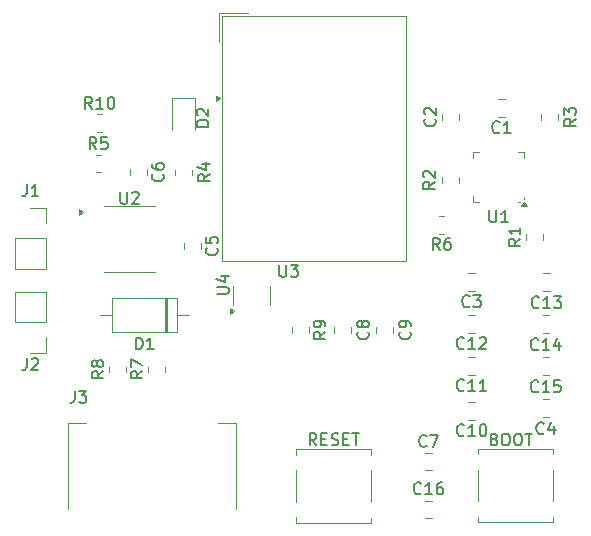
<source format=gbr>
%TF.GenerationSoftware,KiCad,Pcbnew,8.0.3*%
%TF.CreationDate,2024-07-09T21:28:30-04:00*%
%TF.ProjectId,PCB,5043422e-6b69-4636-9164-5f7063625858,rev?*%
%TF.SameCoordinates,Original*%
%TF.FileFunction,Legend,Top*%
%TF.FilePolarity,Positive*%
%FSLAX46Y46*%
G04 Gerber Fmt 4.6, Leading zero omitted, Abs format (unit mm)*
G04 Created by KiCad (PCBNEW 8.0.3) date 2024-07-09 21:28:30*
%MOMM*%
%LPD*%
G01*
G04 APERTURE LIST*
%ADD10C,0.150000*%
%ADD11C,0.120000*%
G04 APERTURE END LIST*
D10*
X50974666Y-72860819D02*
X50974666Y-73575104D01*
X50974666Y-73575104D02*
X50927047Y-73717961D01*
X50927047Y-73717961D02*
X50831809Y-73813200D01*
X50831809Y-73813200D02*
X50688952Y-73860819D01*
X50688952Y-73860819D02*
X50593714Y-73860819D01*
X51355619Y-72860819D02*
X51974666Y-72860819D01*
X51974666Y-72860819D02*
X51641333Y-73241771D01*
X51641333Y-73241771D02*
X51784190Y-73241771D01*
X51784190Y-73241771D02*
X51879428Y-73289390D01*
X51879428Y-73289390D02*
X51927047Y-73337009D01*
X51927047Y-73337009D02*
X51974666Y-73432247D01*
X51974666Y-73432247D02*
X51974666Y-73670342D01*
X51974666Y-73670342D02*
X51927047Y-73765580D01*
X51927047Y-73765580D02*
X51879428Y-73813200D01*
X51879428Y-73813200D02*
X51784190Y-73860819D01*
X51784190Y-73860819D02*
X51498476Y-73860819D01*
X51498476Y-73860819D02*
X51403238Y-73813200D01*
X51403238Y-73813200D02*
X51355619Y-73765580D01*
X68326095Y-62192819D02*
X68326095Y-63002342D01*
X68326095Y-63002342D02*
X68373714Y-63097580D01*
X68373714Y-63097580D02*
X68421333Y-63145200D01*
X68421333Y-63145200D02*
X68516571Y-63192819D01*
X68516571Y-63192819D02*
X68707047Y-63192819D01*
X68707047Y-63192819D02*
X68802285Y-63145200D01*
X68802285Y-63145200D02*
X68849904Y-63097580D01*
X68849904Y-63097580D02*
X68897523Y-63002342D01*
X68897523Y-63002342D02*
X68897523Y-62192819D01*
X69278476Y-62192819D02*
X69897523Y-62192819D01*
X69897523Y-62192819D02*
X69564190Y-62573771D01*
X69564190Y-62573771D02*
X69707047Y-62573771D01*
X69707047Y-62573771D02*
X69802285Y-62621390D01*
X69802285Y-62621390D02*
X69849904Y-62669009D01*
X69849904Y-62669009D02*
X69897523Y-62764247D01*
X69897523Y-62764247D02*
X69897523Y-63002342D01*
X69897523Y-63002342D02*
X69849904Y-63097580D01*
X69849904Y-63097580D02*
X69802285Y-63145200D01*
X69802285Y-63145200D02*
X69707047Y-63192819D01*
X69707047Y-63192819D02*
X69421333Y-63192819D01*
X69421333Y-63192819D02*
X69326095Y-63145200D01*
X69326095Y-63145200D02*
X69278476Y-63097580D01*
X54864095Y-56003819D02*
X54864095Y-56813342D01*
X54864095Y-56813342D02*
X54911714Y-56908580D01*
X54911714Y-56908580D02*
X54959333Y-56956200D01*
X54959333Y-56956200D02*
X55054571Y-57003819D01*
X55054571Y-57003819D02*
X55245047Y-57003819D01*
X55245047Y-57003819D02*
X55340285Y-56956200D01*
X55340285Y-56956200D02*
X55387904Y-56908580D01*
X55387904Y-56908580D02*
X55435523Y-56813342D01*
X55435523Y-56813342D02*
X55435523Y-56003819D01*
X55864095Y-56099057D02*
X55911714Y-56051438D01*
X55911714Y-56051438D02*
X56006952Y-56003819D01*
X56006952Y-56003819D02*
X56245047Y-56003819D01*
X56245047Y-56003819D02*
X56340285Y-56051438D01*
X56340285Y-56051438D02*
X56387904Y-56099057D01*
X56387904Y-56099057D02*
X56435523Y-56194295D01*
X56435523Y-56194295D02*
X56435523Y-56289533D01*
X56435523Y-56289533D02*
X56387904Y-56432390D01*
X56387904Y-56432390D02*
X55816476Y-57003819D01*
X55816476Y-57003819D02*
X56435523Y-57003819D01*
X52443142Y-48969819D02*
X52109809Y-48493628D01*
X51871714Y-48969819D02*
X51871714Y-47969819D01*
X51871714Y-47969819D02*
X52252666Y-47969819D01*
X52252666Y-47969819D02*
X52347904Y-48017438D01*
X52347904Y-48017438D02*
X52395523Y-48065057D01*
X52395523Y-48065057D02*
X52443142Y-48160295D01*
X52443142Y-48160295D02*
X52443142Y-48303152D01*
X52443142Y-48303152D02*
X52395523Y-48398390D01*
X52395523Y-48398390D02*
X52347904Y-48446009D01*
X52347904Y-48446009D02*
X52252666Y-48493628D01*
X52252666Y-48493628D02*
X51871714Y-48493628D01*
X53395523Y-48969819D02*
X52824095Y-48969819D01*
X53109809Y-48969819D02*
X53109809Y-47969819D01*
X53109809Y-47969819D02*
X53014571Y-48112676D01*
X53014571Y-48112676D02*
X52919333Y-48207914D01*
X52919333Y-48207914D02*
X52824095Y-48255533D01*
X54014571Y-47969819D02*
X54109809Y-47969819D01*
X54109809Y-47969819D02*
X54205047Y-48017438D01*
X54205047Y-48017438D02*
X54252666Y-48065057D01*
X54252666Y-48065057D02*
X54300285Y-48160295D01*
X54300285Y-48160295D02*
X54347904Y-48350771D01*
X54347904Y-48350771D02*
X54347904Y-48588866D01*
X54347904Y-48588866D02*
X54300285Y-48779342D01*
X54300285Y-48779342D02*
X54252666Y-48874580D01*
X54252666Y-48874580D02*
X54205047Y-48922200D01*
X54205047Y-48922200D02*
X54109809Y-48969819D01*
X54109809Y-48969819D02*
X54014571Y-48969819D01*
X54014571Y-48969819D02*
X53919333Y-48922200D01*
X53919333Y-48922200D02*
X53871714Y-48874580D01*
X53871714Y-48874580D02*
X53824095Y-48779342D01*
X53824095Y-48779342D02*
X53776476Y-48588866D01*
X53776476Y-48588866D02*
X53776476Y-48350771D01*
X53776476Y-48350771D02*
X53824095Y-48160295D01*
X53824095Y-48160295D02*
X53871714Y-48065057D01*
X53871714Y-48065057D02*
X53919333Y-48017438D01*
X53919333Y-48017438D02*
X54014571Y-47969819D01*
X86106095Y-57566819D02*
X86106095Y-58376342D01*
X86106095Y-58376342D02*
X86153714Y-58471580D01*
X86153714Y-58471580D02*
X86201333Y-58519200D01*
X86201333Y-58519200D02*
X86296571Y-58566819D01*
X86296571Y-58566819D02*
X86487047Y-58566819D01*
X86487047Y-58566819D02*
X86582285Y-58519200D01*
X86582285Y-58519200D02*
X86629904Y-58471580D01*
X86629904Y-58471580D02*
X86677523Y-58376342D01*
X86677523Y-58376342D02*
X86677523Y-57566819D01*
X87677523Y-58566819D02*
X87106095Y-58566819D01*
X87391809Y-58566819D02*
X87391809Y-57566819D01*
X87391809Y-57566819D02*
X87296571Y-57709676D01*
X87296571Y-57709676D02*
X87201333Y-57804914D01*
X87201333Y-57804914D02*
X87106095Y-57852533D01*
X62302819Y-50473594D02*
X61302819Y-50473594D01*
X61302819Y-50473594D02*
X61302819Y-50235499D01*
X61302819Y-50235499D02*
X61350438Y-50092642D01*
X61350438Y-50092642D02*
X61445676Y-49997404D01*
X61445676Y-49997404D02*
X61540914Y-49949785D01*
X61540914Y-49949785D02*
X61731390Y-49902166D01*
X61731390Y-49902166D02*
X61874247Y-49902166D01*
X61874247Y-49902166D02*
X62064723Y-49949785D01*
X62064723Y-49949785D02*
X62159961Y-49997404D01*
X62159961Y-49997404D02*
X62255200Y-50092642D01*
X62255200Y-50092642D02*
X62302819Y-50235499D01*
X62302819Y-50235499D02*
X62302819Y-50473594D01*
X61398057Y-49521213D02*
X61350438Y-49473594D01*
X61350438Y-49473594D02*
X61302819Y-49378356D01*
X61302819Y-49378356D02*
X61302819Y-49140261D01*
X61302819Y-49140261D02*
X61350438Y-49045023D01*
X61350438Y-49045023D02*
X61398057Y-48997404D01*
X61398057Y-48997404D02*
X61493295Y-48949785D01*
X61493295Y-48949785D02*
X61588533Y-48949785D01*
X61588533Y-48949785D02*
X61731390Y-48997404D01*
X61731390Y-48997404D02*
X62302819Y-49568832D01*
X62302819Y-49568832D02*
X62302819Y-48949785D01*
X53414819Y-71191666D02*
X52938628Y-71524999D01*
X53414819Y-71763094D02*
X52414819Y-71763094D01*
X52414819Y-71763094D02*
X52414819Y-71382142D01*
X52414819Y-71382142D02*
X52462438Y-71286904D01*
X52462438Y-71286904D02*
X52510057Y-71239285D01*
X52510057Y-71239285D02*
X52605295Y-71191666D01*
X52605295Y-71191666D02*
X52748152Y-71191666D01*
X52748152Y-71191666D02*
X52843390Y-71239285D01*
X52843390Y-71239285D02*
X52891009Y-71286904D01*
X52891009Y-71286904D02*
X52938628Y-71382142D01*
X52938628Y-71382142D02*
X52938628Y-71763094D01*
X52843390Y-70620237D02*
X52795771Y-70715475D01*
X52795771Y-70715475D02*
X52748152Y-70763094D01*
X52748152Y-70763094D02*
X52652914Y-70810713D01*
X52652914Y-70810713D02*
X52605295Y-70810713D01*
X52605295Y-70810713D02*
X52510057Y-70763094D01*
X52510057Y-70763094D02*
X52462438Y-70715475D01*
X52462438Y-70715475D02*
X52414819Y-70620237D01*
X52414819Y-70620237D02*
X52414819Y-70429761D01*
X52414819Y-70429761D02*
X52462438Y-70334523D01*
X52462438Y-70334523D02*
X52510057Y-70286904D01*
X52510057Y-70286904D02*
X52605295Y-70239285D01*
X52605295Y-70239285D02*
X52652914Y-70239285D01*
X52652914Y-70239285D02*
X52748152Y-70286904D01*
X52748152Y-70286904D02*
X52795771Y-70334523D01*
X52795771Y-70334523D02*
X52843390Y-70429761D01*
X52843390Y-70429761D02*
X52843390Y-70620237D01*
X52843390Y-70620237D02*
X52891009Y-70715475D01*
X52891009Y-70715475D02*
X52938628Y-70763094D01*
X52938628Y-70763094D02*
X53033866Y-70810713D01*
X53033866Y-70810713D02*
X53224342Y-70810713D01*
X53224342Y-70810713D02*
X53319580Y-70763094D01*
X53319580Y-70763094D02*
X53367200Y-70715475D01*
X53367200Y-70715475D02*
X53414819Y-70620237D01*
X53414819Y-70620237D02*
X53414819Y-70429761D01*
X53414819Y-70429761D02*
X53367200Y-70334523D01*
X53367200Y-70334523D02*
X53319580Y-70286904D01*
X53319580Y-70286904D02*
X53224342Y-70239285D01*
X53224342Y-70239285D02*
X53033866Y-70239285D01*
X53033866Y-70239285D02*
X52938628Y-70286904D01*
X52938628Y-70286904D02*
X52891009Y-70334523D01*
X52891009Y-70334523D02*
X52843390Y-70429761D01*
X56716819Y-71191666D02*
X56240628Y-71524999D01*
X56716819Y-71763094D02*
X55716819Y-71763094D01*
X55716819Y-71763094D02*
X55716819Y-71382142D01*
X55716819Y-71382142D02*
X55764438Y-71286904D01*
X55764438Y-71286904D02*
X55812057Y-71239285D01*
X55812057Y-71239285D02*
X55907295Y-71191666D01*
X55907295Y-71191666D02*
X56050152Y-71191666D01*
X56050152Y-71191666D02*
X56145390Y-71239285D01*
X56145390Y-71239285D02*
X56193009Y-71286904D01*
X56193009Y-71286904D02*
X56240628Y-71382142D01*
X56240628Y-71382142D02*
X56240628Y-71763094D01*
X55716819Y-70858332D02*
X55716819Y-70191666D01*
X55716819Y-70191666D02*
X56716819Y-70620237D01*
X83939142Y-76588580D02*
X83891523Y-76636200D01*
X83891523Y-76636200D02*
X83748666Y-76683819D01*
X83748666Y-76683819D02*
X83653428Y-76683819D01*
X83653428Y-76683819D02*
X83510571Y-76636200D01*
X83510571Y-76636200D02*
X83415333Y-76540961D01*
X83415333Y-76540961D02*
X83367714Y-76445723D01*
X83367714Y-76445723D02*
X83320095Y-76255247D01*
X83320095Y-76255247D02*
X83320095Y-76112390D01*
X83320095Y-76112390D02*
X83367714Y-75921914D01*
X83367714Y-75921914D02*
X83415333Y-75826676D01*
X83415333Y-75826676D02*
X83510571Y-75731438D01*
X83510571Y-75731438D02*
X83653428Y-75683819D01*
X83653428Y-75683819D02*
X83748666Y-75683819D01*
X83748666Y-75683819D02*
X83891523Y-75731438D01*
X83891523Y-75731438D02*
X83939142Y-75779057D01*
X84891523Y-76683819D02*
X84320095Y-76683819D01*
X84605809Y-76683819D02*
X84605809Y-75683819D01*
X84605809Y-75683819D02*
X84510571Y-75826676D01*
X84510571Y-75826676D02*
X84415333Y-75921914D01*
X84415333Y-75921914D02*
X84320095Y-75969533D01*
X85510571Y-75683819D02*
X85605809Y-75683819D01*
X85605809Y-75683819D02*
X85701047Y-75731438D01*
X85701047Y-75731438D02*
X85748666Y-75779057D01*
X85748666Y-75779057D02*
X85796285Y-75874295D01*
X85796285Y-75874295D02*
X85843904Y-76064771D01*
X85843904Y-76064771D02*
X85843904Y-76302866D01*
X85843904Y-76302866D02*
X85796285Y-76493342D01*
X85796285Y-76493342D02*
X85748666Y-76588580D01*
X85748666Y-76588580D02*
X85701047Y-76636200D01*
X85701047Y-76636200D02*
X85605809Y-76683819D01*
X85605809Y-76683819D02*
X85510571Y-76683819D01*
X85510571Y-76683819D02*
X85415333Y-76636200D01*
X85415333Y-76636200D02*
X85367714Y-76588580D01*
X85367714Y-76588580D02*
X85320095Y-76493342D01*
X85320095Y-76493342D02*
X85272476Y-76302866D01*
X85272476Y-76302866D02*
X85272476Y-76064771D01*
X85272476Y-76064771D02*
X85320095Y-75874295D01*
X85320095Y-75874295D02*
X85367714Y-75779057D01*
X85367714Y-75779057D02*
X85415333Y-75731438D01*
X85415333Y-75731438D02*
X85510571Y-75683819D01*
X81483580Y-49823666D02*
X81531200Y-49871285D01*
X81531200Y-49871285D02*
X81578819Y-50014142D01*
X81578819Y-50014142D02*
X81578819Y-50109380D01*
X81578819Y-50109380D02*
X81531200Y-50252237D01*
X81531200Y-50252237D02*
X81435961Y-50347475D01*
X81435961Y-50347475D02*
X81340723Y-50395094D01*
X81340723Y-50395094D02*
X81150247Y-50442713D01*
X81150247Y-50442713D02*
X81007390Y-50442713D01*
X81007390Y-50442713D02*
X80816914Y-50395094D01*
X80816914Y-50395094D02*
X80721676Y-50347475D01*
X80721676Y-50347475D02*
X80626438Y-50252237D01*
X80626438Y-50252237D02*
X80578819Y-50109380D01*
X80578819Y-50109380D02*
X80578819Y-50014142D01*
X80578819Y-50014142D02*
X80626438Y-49871285D01*
X80626438Y-49871285D02*
X80674057Y-49823666D01*
X80674057Y-49442713D02*
X80626438Y-49395094D01*
X80626438Y-49395094D02*
X80578819Y-49299856D01*
X80578819Y-49299856D02*
X80578819Y-49061761D01*
X80578819Y-49061761D02*
X80626438Y-48966523D01*
X80626438Y-48966523D02*
X80674057Y-48918904D01*
X80674057Y-48918904D02*
X80769295Y-48871285D01*
X80769295Y-48871285D02*
X80864533Y-48871285D01*
X80864533Y-48871285D02*
X81007390Y-48918904D01*
X81007390Y-48918904D02*
X81578819Y-49490332D01*
X81578819Y-49490332D02*
X81578819Y-48871285D01*
X90699333Y-76432580D02*
X90651714Y-76480200D01*
X90651714Y-76480200D02*
X90508857Y-76527819D01*
X90508857Y-76527819D02*
X90413619Y-76527819D01*
X90413619Y-76527819D02*
X90270762Y-76480200D01*
X90270762Y-76480200D02*
X90175524Y-76384961D01*
X90175524Y-76384961D02*
X90127905Y-76289723D01*
X90127905Y-76289723D02*
X90080286Y-76099247D01*
X90080286Y-76099247D02*
X90080286Y-75956390D01*
X90080286Y-75956390D02*
X90127905Y-75765914D01*
X90127905Y-75765914D02*
X90175524Y-75670676D01*
X90175524Y-75670676D02*
X90270762Y-75575438D01*
X90270762Y-75575438D02*
X90413619Y-75527819D01*
X90413619Y-75527819D02*
X90508857Y-75527819D01*
X90508857Y-75527819D02*
X90651714Y-75575438D01*
X90651714Y-75575438D02*
X90699333Y-75623057D01*
X91556476Y-75861152D02*
X91556476Y-76527819D01*
X91318381Y-75480200D02*
X91080286Y-76194485D01*
X91080286Y-76194485D02*
X91699333Y-76194485D01*
X93418819Y-49823666D02*
X92942628Y-50156999D01*
X93418819Y-50395094D02*
X92418819Y-50395094D01*
X92418819Y-50395094D02*
X92418819Y-50014142D01*
X92418819Y-50014142D02*
X92466438Y-49918904D01*
X92466438Y-49918904D02*
X92514057Y-49871285D01*
X92514057Y-49871285D02*
X92609295Y-49823666D01*
X92609295Y-49823666D02*
X92752152Y-49823666D01*
X92752152Y-49823666D02*
X92847390Y-49871285D01*
X92847390Y-49871285D02*
X92895009Y-49918904D01*
X92895009Y-49918904D02*
X92942628Y-50014142D01*
X92942628Y-50014142D02*
X92942628Y-50395094D01*
X92418819Y-49490332D02*
X92418819Y-48871285D01*
X92418819Y-48871285D02*
X92799771Y-49204618D01*
X92799771Y-49204618D02*
X92799771Y-49061761D01*
X92799771Y-49061761D02*
X92847390Y-48966523D01*
X92847390Y-48966523D02*
X92895009Y-48918904D01*
X92895009Y-48918904D02*
X92990247Y-48871285D01*
X92990247Y-48871285D02*
X93228342Y-48871285D01*
X93228342Y-48871285D02*
X93323580Y-48918904D01*
X93323580Y-48918904D02*
X93371200Y-48966523D01*
X93371200Y-48966523D02*
X93418819Y-49061761D01*
X93418819Y-49061761D02*
X93418819Y-49347475D01*
X93418819Y-49347475D02*
X93371200Y-49442713D01*
X93371200Y-49442713D02*
X93323580Y-49490332D01*
X75797580Y-67857666D02*
X75845200Y-67905285D01*
X75845200Y-67905285D02*
X75892819Y-68048142D01*
X75892819Y-68048142D02*
X75892819Y-68143380D01*
X75892819Y-68143380D02*
X75845200Y-68286237D01*
X75845200Y-68286237D02*
X75749961Y-68381475D01*
X75749961Y-68381475D02*
X75654723Y-68429094D01*
X75654723Y-68429094D02*
X75464247Y-68476713D01*
X75464247Y-68476713D02*
X75321390Y-68476713D01*
X75321390Y-68476713D02*
X75130914Y-68429094D01*
X75130914Y-68429094D02*
X75035676Y-68381475D01*
X75035676Y-68381475D02*
X74940438Y-68286237D01*
X74940438Y-68286237D02*
X74892819Y-68143380D01*
X74892819Y-68143380D02*
X74892819Y-68048142D01*
X74892819Y-68048142D02*
X74940438Y-67905285D01*
X74940438Y-67905285D02*
X74988057Y-67857666D01*
X75321390Y-67286237D02*
X75273771Y-67381475D01*
X75273771Y-67381475D02*
X75226152Y-67429094D01*
X75226152Y-67429094D02*
X75130914Y-67476713D01*
X75130914Y-67476713D02*
X75083295Y-67476713D01*
X75083295Y-67476713D02*
X74988057Y-67429094D01*
X74988057Y-67429094D02*
X74940438Y-67381475D01*
X74940438Y-67381475D02*
X74892819Y-67286237D01*
X74892819Y-67286237D02*
X74892819Y-67095761D01*
X74892819Y-67095761D02*
X74940438Y-67000523D01*
X74940438Y-67000523D02*
X74988057Y-66952904D01*
X74988057Y-66952904D02*
X75083295Y-66905285D01*
X75083295Y-66905285D02*
X75130914Y-66905285D01*
X75130914Y-66905285D02*
X75226152Y-66952904D01*
X75226152Y-66952904D02*
X75273771Y-67000523D01*
X75273771Y-67000523D02*
X75321390Y-67095761D01*
X75321390Y-67095761D02*
X75321390Y-67286237D01*
X75321390Y-67286237D02*
X75369009Y-67381475D01*
X75369009Y-67381475D02*
X75416628Y-67429094D01*
X75416628Y-67429094D02*
X75511866Y-67476713D01*
X75511866Y-67476713D02*
X75702342Y-67476713D01*
X75702342Y-67476713D02*
X75797580Y-67429094D01*
X75797580Y-67429094D02*
X75845200Y-67381475D01*
X75845200Y-67381475D02*
X75892819Y-67286237D01*
X75892819Y-67286237D02*
X75892819Y-67095761D01*
X75892819Y-67095761D02*
X75845200Y-67000523D01*
X75845200Y-67000523D02*
X75797580Y-66952904D01*
X75797580Y-66952904D02*
X75702342Y-66905285D01*
X75702342Y-66905285D02*
X75511866Y-66905285D01*
X75511866Y-66905285D02*
X75416628Y-66952904D01*
X75416628Y-66952904D02*
X75369009Y-67000523D01*
X75369009Y-67000523D02*
X75321390Y-67095761D01*
X90289142Y-65764580D02*
X90241523Y-65812200D01*
X90241523Y-65812200D02*
X90098666Y-65859819D01*
X90098666Y-65859819D02*
X90003428Y-65859819D01*
X90003428Y-65859819D02*
X89860571Y-65812200D01*
X89860571Y-65812200D02*
X89765333Y-65716961D01*
X89765333Y-65716961D02*
X89717714Y-65621723D01*
X89717714Y-65621723D02*
X89670095Y-65431247D01*
X89670095Y-65431247D02*
X89670095Y-65288390D01*
X89670095Y-65288390D02*
X89717714Y-65097914D01*
X89717714Y-65097914D02*
X89765333Y-65002676D01*
X89765333Y-65002676D02*
X89860571Y-64907438D01*
X89860571Y-64907438D02*
X90003428Y-64859819D01*
X90003428Y-64859819D02*
X90098666Y-64859819D01*
X90098666Y-64859819D02*
X90241523Y-64907438D01*
X90241523Y-64907438D02*
X90289142Y-64955057D01*
X91241523Y-65859819D02*
X90670095Y-65859819D01*
X90955809Y-65859819D02*
X90955809Y-64859819D01*
X90955809Y-64859819D02*
X90860571Y-65002676D01*
X90860571Y-65002676D02*
X90765333Y-65097914D01*
X90765333Y-65097914D02*
X90670095Y-65145533D01*
X91574857Y-64859819D02*
X92193904Y-64859819D01*
X92193904Y-64859819D02*
X91860571Y-65240771D01*
X91860571Y-65240771D02*
X92003428Y-65240771D01*
X92003428Y-65240771D02*
X92098666Y-65288390D01*
X92098666Y-65288390D02*
X92146285Y-65336009D01*
X92146285Y-65336009D02*
X92193904Y-65431247D01*
X92193904Y-65431247D02*
X92193904Y-65669342D01*
X92193904Y-65669342D02*
X92146285Y-65764580D01*
X92146285Y-65764580D02*
X92098666Y-65812200D01*
X92098666Y-65812200D02*
X92003428Y-65859819D01*
X92003428Y-65859819D02*
X91717714Y-65859819D01*
X91717714Y-65859819D02*
X91622476Y-65812200D01*
X91622476Y-65812200D02*
X91574857Y-65764580D01*
X79353580Y-67857666D02*
X79401200Y-67905285D01*
X79401200Y-67905285D02*
X79448819Y-68048142D01*
X79448819Y-68048142D02*
X79448819Y-68143380D01*
X79448819Y-68143380D02*
X79401200Y-68286237D01*
X79401200Y-68286237D02*
X79305961Y-68381475D01*
X79305961Y-68381475D02*
X79210723Y-68429094D01*
X79210723Y-68429094D02*
X79020247Y-68476713D01*
X79020247Y-68476713D02*
X78877390Y-68476713D01*
X78877390Y-68476713D02*
X78686914Y-68429094D01*
X78686914Y-68429094D02*
X78591676Y-68381475D01*
X78591676Y-68381475D02*
X78496438Y-68286237D01*
X78496438Y-68286237D02*
X78448819Y-68143380D01*
X78448819Y-68143380D02*
X78448819Y-68048142D01*
X78448819Y-68048142D02*
X78496438Y-67905285D01*
X78496438Y-67905285D02*
X78544057Y-67857666D01*
X79448819Y-67381475D02*
X79448819Y-67190999D01*
X79448819Y-67190999D02*
X79401200Y-67095761D01*
X79401200Y-67095761D02*
X79353580Y-67048142D01*
X79353580Y-67048142D02*
X79210723Y-66952904D01*
X79210723Y-66952904D02*
X79020247Y-66905285D01*
X79020247Y-66905285D02*
X78639295Y-66905285D01*
X78639295Y-66905285D02*
X78544057Y-66952904D01*
X78544057Y-66952904D02*
X78496438Y-67000523D01*
X78496438Y-67000523D02*
X78448819Y-67095761D01*
X78448819Y-67095761D02*
X78448819Y-67286237D01*
X78448819Y-67286237D02*
X78496438Y-67381475D01*
X78496438Y-67381475D02*
X78544057Y-67429094D01*
X78544057Y-67429094D02*
X78639295Y-67476713D01*
X78639295Y-67476713D02*
X78877390Y-67476713D01*
X78877390Y-67476713D02*
X78972628Y-67429094D01*
X78972628Y-67429094D02*
X79020247Y-67381475D01*
X79020247Y-67381475D02*
X79067866Y-67286237D01*
X79067866Y-67286237D02*
X79067866Y-67095761D01*
X79067866Y-67095761D02*
X79020247Y-67000523D01*
X79020247Y-67000523D02*
X78972628Y-66952904D01*
X78972628Y-66952904D02*
X78877390Y-66905285D01*
X90223142Y-69320580D02*
X90175523Y-69368200D01*
X90175523Y-69368200D02*
X90032666Y-69415819D01*
X90032666Y-69415819D02*
X89937428Y-69415819D01*
X89937428Y-69415819D02*
X89794571Y-69368200D01*
X89794571Y-69368200D02*
X89699333Y-69272961D01*
X89699333Y-69272961D02*
X89651714Y-69177723D01*
X89651714Y-69177723D02*
X89604095Y-68987247D01*
X89604095Y-68987247D02*
X89604095Y-68844390D01*
X89604095Y-68844390D02*
X89651714Y-68653914D01*
X89651714Y-68653914D02*
X89699333Y-68558676D01*
X89699333Y-68558676D02*
X89794571Y-68463438D01*
X89794571Y-68463438D02*
X89937428Y-68415819D01*
X89937428Y-68415819D02*
X90032666Y-68415819D01*
X90032666Y-68415819D02*
X90175523Y-68463438D01*
X90175523Y-68463438D02*
X90223142Y-68511057D01*
X91175523Y-69415819D02*
X90604095Y-69415819D01*
X90889809Y-69415819D02*
X90889809Y-68415819D01*
X90889809Y-68415819D02*
X90794571Y-68558676D01*
X90794571Y-68558676D02*
X90699333Y-68653914D01*
X90699333Y-68653914D02*
X90604095Y-68701533D01*
X92032666Y-68749152D02*
X92032666Y-69415819D01*
X91794571Y-68368200D02*
X91556476Y-69082485D01*
X91556476Y-69082485D02*
X92175523Y-69082485D01*
X46910666Y-70098819D02*
X46910666Y-70813104D01*
X46910666Y-70813104D02*
X46863047Y-70955961D01*
X46863047Y-70955961D02*
X46767809Y-71051200D01*
X46767809Y-71051200D02*
X46624952Y-71098819D01*
X46624952Y-71098819D02*
X46529714Y-71098819D01*
X47339238Y-70194057D02*
X47386857Y-70146438D01*
X47386857Y-70146438D02*
X47482095Y-70098819D01*
X47482095Y-70098819D02*
X47720190Y-70098819D01*
X47720190Y-70098819D02*
X47815428Y-70146438D01*
X47815428Y-70146438D02*
X47863047Y-70194057D01*
X47863047Y-70194057D02*
X47910666Y-70289295D01*
X47910666Y-70289295D02*
X47910666Y-70384533D01*
X47910666Y-70384533D02*
X47863047Y-70527390D01*
X47863047Y-70527390D02*
X47291619Y-71098819D01*
X47291619Y-71098819D02*
X47910666Y-71098819D01*
X88720819Y-59983666D02*
X88244628Y-60316999D01*
X88720819Y-60555094D02*
X87720819Y-60555094D01*
X87720819Y-60555094D02*
X87720819Y-60174142D01*
X87720819Y-60174142D02*
X87768438Y-60078904D01*
X87768438Y-60078904D02*
X87816057Y-60031285D01*
X87816057Y-60031285D02*
X87911295Y-59983666D01*
X87911295Y-59983666D02*
X88054152Y-59983666D01*
X88054152Y-59983666D02*
X88149390Y-60031285D01*
X88149390Y-60031285D02*
X88197009Y-60078904D01*
X88197009Y-60078904D02*
X88244628Y-60174142D01*
X88244628Y-60174142D02*
X88244628Y-60555094D01*
X88720819Y-59031285D02*
X88720819Y-59602713D01*
X88720819Y-59316999D02*
X87720819Y-59316999D01*
X87720819Y-59316999D02*
X87863676Y-59412237D01*
X87863676Y-59412237D02*
X87958914Y-59507475D01*
X87958914Y-59507475D02*
X88006533Y-59602713D01*
X46910666Y-55361819D02*
X46910666Y-56076104D01*
X46910666Y-56076104D02*
X46863047Y-56218961D01*
X46863047Y-56218961D02*
X46767809Y-56314200D01*
X46767809Y-56314200D02*
X46624952Y-56361819D01*
X46624952Y-56361819D02*
X46529714Y-56361819D01*
X47910666Y-56361819D02*
X47339238Y-56361819D01*
X47624952Y-56361819D02*
X47624952Y-55361819D01*
X47624952Y-55361819D02*
X47529714Y-55504676D01*
X47529714Y-55504676D02*
X47434476Y-55599914D01*
X47434476Y-55599914D02*
X47339238Y-55647533D01*
X86955333Y-50934580D02*
X86907714Y-50982200D01*
X86907714Y-50982200D02*
X86764857Y-51029819D01*
X86764857Y-51029819D02*
X86669619Y-51029819D01*
X86669619Y-51029819D02*
X86526762Y-50982200D01*
X86526762Y-50982200D02*
X86431524Y-50886961D01*
X86431524Y-50886961D02*
X86383905Y-50791723D01*
X86383905Y-50791723D02*
X86336286Y-50601247D01*
X86336286Y-50601247D02*
X86336286Y-50458390D01*
X86336286Y-50458390D02*
X86383905Y-50267914D01*
X86383905Y-50267914D02*
X86431524Y-50172676D01*
X86431524Y-50172676D02*
X86526762Y-50077438D01*
X86526762Y-50077438D02*
X86669619Y-50029819D01*
X86669619Y-50029819D02*
X86764857Y-50029819D01*
X86764857Y-50029819D02*
X86907714Y-50077438D01*
X86907714Y-50077438D02*
X86955333Y-50125057D01*
X87907714Y-51029819D02*
X87336286Y-51029819D01*
X87622000Y-51029819D02*
X87622000Y-50029819D01*
X87622000Y-50029819D02*
X87526762Y-50172676D01*
X87526762Y-50172676D02*
X87431524Y-50267914D01*
X87431524Y-50267914D02*
X87336286Y-50315533D01*
X80297142Y-81512580D02*
X80249523Y-81560200D01*
X80249523Y-81560200D02*
X80106666Y-81607819D01*
X80106666Y-81607819D02*
X80011428Y-81607819D01*
X80011428Y-81607819D02*
X79868571Y-81560200D01*
X79868571Y-81560200D02*
X79773333Y-81464961D01*
X79773333Y-81464961D02*
X79725714Y-81369723D01*
X79725714Y-81369723D02*
X79678095Y-81179247D01*
X79678095Y-81179247D02*
X79678095Y-81036390D01*
X79678095Y-81036390D02*
X79725714Y-80845914D01*
X79725714Y-80845914D02*
X79773333Y-80750676D01*
X79773333Y-80750676D02*
X79868571Y-80655438D01*
X79868571Y-80655438D02*
X80011428Y-80607819D01*
X80011428Y-80607819D02*
X80106666Y-80607819D01*
X80106666Y-80607819D02*
X80249523Y-80655438D01*
X80249523Y-80655438D02*
X80297142Y-80703057D01*
X81249523Y-81607819D02*
X80678095Y-81607819D01*
X80963809Y-81607819D02*
X80963809Y-80607819D01*
X80963809Y-80607819D02*
X80868571Y-80750676D01*
X80868571Y-80750676D02*
X80773333Y-80845914D01*
X80773333Y-80845914D02*
X80678095Y-80893533D01*
X82106666Y-80607819D02*
X81916190Y-80607819D01*
X81916190Y-80607819D02*
X81820952Y-80655438D01*
X81820952Y-80655438D02*
X81773333Y-80703057D01*
X81773333Y-80703057D02*
X81678095Y-80845914D01*
X81678095Y-80845914D02*
X81630476Y-81036390D01*
X81630476Y-81036390D02*
X81630476Y-81417342D01*
X81630476Y-81417342D02*
X81678095Y-81512580D01*
X81678095Y-81512580D02*
X81725714Y-81560200D01*
X81725714Y-81560200D02*
X81820952Y-81607819D01*
X81820952Y-81607819D02*
X82011428Y-81607819D01*
X82011428Y-81607819D02*
X82106666Y-81560200D01*
X82106666Y-81560200D02*
X82154285Y-81512580D01*
X82154285Y-81512580D02*
X82201904Y-81417342D01*
X82201904Y-81417342D02*
X82201904Y-81179247D01*
X82201904Y-81179247D02*
X82154285Y-81084009D01*
X82154285Y-81084009D02*
X82106666Y-81036390D01*
X82106666Y-81036390D02*
X82011428Y-80988771D01*
X82011428Y-80988771D02*
X81820952Y-80988771D01*
X81820952Y-80988771D02*
X81725714Y-81036390D01*
X81725714Y-81036390D02*
X81678095Y-81084009D01*
X81678095Y-81084009D02*
X81630476Y-81179247D01*
X81480819Y-55157666D02*
X81004628Y-55490999D01*
X81480819Y-55729094D02*
X80480819Y-55729094D01*
X80480819Y-55729094D02*
X80480819Y-55348142D01*
X80480819Y-55348142D02*
X80528438Y-55252904D01*
X80528438Y-55252904D02*
X80576057Y-55205285D01*
X80576057Y-55205285D02*
X80671295Y-55157666D01*
X80671295Y-55157666D02*
X80814152Y-55157666D01*
X80814152Y-55157666D02*
X80909390Y-55205285D01*
X80909390Y-55205285D02*
X80957009Y-55252904D01*
X80957009Y-55252904D02*
X81004628Y-55348142D01*
X81004628Y-55348142D02*
X81004628Y-55729094D01*
X80576057Y-54776713D02*
X80528438Y-54729094D01*
X80528438Y-54729094D02*
X80480819Y-54633856D01*
X80480819Y-54633856D02*
X80480819Y-54395761D01*
X80480819Y-54395761D02*
X80528438Y-54300523D01*
X80528438Y-54300523D02*
X80576057Y-54252904D01*
X80576057Y-54252904D02*
X80671295Y-54205285D01*
X80671295Y-54205285D02*
X80766533Y-54205285D01*
X80766533Y-54205285D02*
X80909390Y-54252904D01*
X80909390Y-54252904D02*
X81480819Y-54824332D01*
X81480819Y-54824332D02*
X81480819Y-54205285D01*
X63028819Y-64642904D02*
X63838342Y-64642904D01*
X63838342Y-64642904D02*
X63933580Y-64595285D01*
X63933580Y-64595285D02*
X63981200Y-64547666D01*
X63981200Y-64547666D02*
X64028819Y-64452428D01*
X64028819Y-64452428D02*
X64028819Y-64261952D01*
X64028819Y-64261952D02*
X63981200Y-64166714D01*
X63981200Y-64166714D02*
X63933580Y-64119095D01*
X63933580Y-64119095D02*
X63838342Y-64071476D01*
X63838342Y-64071476D02*
X63028819Y-64071476D01*
X63362152Y-63166714D02*
X64028819Y-63166714D01*
X62981200Y-63404809D02*
X63695485Y-63642904D01*
X63695485Y-63642904D02*
X63695485Y-63023857D01*
X80773333Y-77514580D02*
X80725714Y-77562200D01*
X80725714Y-77562200D02*
X80582857Y-77609819D01*
X80582857Y-77609819D02*
X80487619Y-77609819D01*
X80487619Y-77609819D02*
X80344762Y-77562200D01*
X80344762Y-77562200D02*
X80249524Y-77466961D01*
X80249524Y-77466961D02*
X80201905Y-77371723D01*
X80201905Y-77371723D02*
X80154286Y-77181247D01*
X80154286Y-77181247D02*
X80154286Y-77038390D01*
X80154286Y-77038390D02*
X80201905Y-76847914D01*
X80201905Y-76847914D02*
X80249524Y-76752676D01*
X80249524Y-76752676D02*
X80344762Y-76657438D01*
X80344762Y-76657438D02*
X80487619Y-76609819D01*
X80487619Y-76609819D02*
X80582857Y-76609819D01*
X80582857Y-76609819D02*
X80725714Y-76657438D01*
X80725714Y-76657438D02*
X80773333Y-76705057D01*
X81106667Y-76609819D02*
X81773333Y-76609819D01*
X81773333Y-76609819D02*
X81344762Y-77609819D01*
X56157905Y-69345819D02*
X56157905Y-68345819D01*
X56157905Y-68345819D02*
X56396000Y-68345819D01*
X56396000Y-68345819D02*
X56538857Y-68393438D01*
X56538857Y-68393438D02*
X56634095Y-68488676D01*
X56634095Y-68488676D02*
X56681714Y-68583914D01*
X56681714Y-68583914D02*
X56729333Y-68774390D01*
X56729333Y-68774390D02*
X56729333Y-68917247D01*
X56729333Y-68917247D02*
X56681714Y-69107723D01*
X56681714Y-69107723D02*
X56634095Y-69202961D01*
X56634095Y-69202961D02*
X56538857Y-69298200D01*
X56538857Y-69298200D02*
X56396000Y-69345819D01*
X56396000Y-69345819D02*
X56157905Y-69345819D01*
X57681714Y-69345819D02*
X57110286Y-69345819D01*
X57396000Y-69345819D02*
X57396000Y-68345819D01*
X57396000Y-68345819D02*
X57300762Y-68488676D01*
X57300762Y-68488676D02*
X57205524Y-68583914D01*
X57205524Y-68583914D02*
X57110286Y-68631533D01*
X52815833Y-52381819D02*
X52482500Y-51905628D01*
X52244405Y-52381819D02*
X52244405Y-51381819D01*
X52244405Y-51381819D02*
X52625357Y-51381819D01*
X52625357Y-51381819D02*
X52720595Y-51429438D01*
X52720595Y-51429438D02*
X52768214Y-51477057D01*
X52768214Y-51477057D02*
X52815833Y-51572295D01*
X52815833Y-51572295D02*
X52815833Y-51715152D01*
X52815833Y-51715152D02*
X52768214Y-51810390D01*
X52768214Y-51810390D02*
X52720595Y-51858009D01*
X52720595Y-51858009D02*
X52625357Y-51905628D01*
X52625357Y-51905628D02*
X52244405Y-51905628D01*
X53720595Y-51381819D02*
X53244405Y-51381819D01*
X53244405Y-51381819D02*
X53196786Y-51858009D01*
X53196786Y-51858009D02*
X53244405Y-51810390D01*
X53244405Y-51810390D02*
X53339643Y-51762771D01*
X53339643Y-51762771D02*
X53577738Y-51762771D01*
X53577738Y-51762771D02*
X53672976Y-51810390D01*
X53672976Y-51810390D02*
X53720595Y-51858009D01*
X53720595Y-51858009D02*
X53768214Y-51953247D01*
X53768214Y-51953247D02*
X53768214Y-52191342D01*
X53768214Y-52191342D02*
X53720595Y-52286580D01*
X53720595Y-52286580D02*
X53672976Y-52334200D01*
X53672976Y-52334200D02*
X53577738Y-52381819D01*
X53577738Y-52381819D02*
X53339643Y-52381819D01*
X53339643Y-52381819D02*
X53244405Y-52334200D01*
X53244405Y-52334200D02*
X53196786Y-52286580D01*
X71445618Y-77453819D02*
X71112285Y-76977628D01*
X70874190Y-77453819D02*
X70874190Y-76453819D01*
X70874190Y-76453819D02*
X71255142Y-76453819D01*
X71255142Y-76453819D02*
X71350380Y-76501438D01*
X71350380Y-76501438D02*
X71397999Y-76549057D01*
X71397999Y-76549057D02*
X71445618Y-76644295D01*
X71445618Y-76644295D02*
X71445618Y-76787152D01*
X71445618Y-76787152D02*
X71397999Y-76882390D01*
X71397999Y-76882390D02*
X71350380Y-76930009D01*
X71350380Y-76930009D02*
X71255142Y-76977628D01*
X71255142Y-76977628D02*
X70874190Y-76977628D01*
X71874190Y-76930009D02*
X72207523Y-76930009D01*
X72350380Y-77453819D02*
X71874190Y-77453819D01*
X71874190Y-77453819D02*
X71874190Y-76453819D01*
X71874190Y-76453819D02*
X72350380Y-76453819D01*
X72731333Y-77406200D02*
X72874190Y-77453819D01*
X72874190Y-77453819D02*
X73112285Y-77453819D01*
X73112285Y-77453819D02*
X73207523Y-77406200D01*
X73207523Y-77406200D02*
X73255142Y-77358580D01*
X73255142Y-77358580D02*
X73302761Y-77263342D01*
X73302761Y-77263342D02*
X73302761Y-77168104D01*
X73302761Y-77168104D02*
X73255142Y-77072866D01*
X73255142Y-77072866D02*
X73207523Y-77025247D01*
X73207523Y-77025247D02*
X73112285Y-76977628D01*
X73112285Y-76977628D02*
X72921809Y-76930009D01*
X72921809Y-76930009D02*
X72826571Y-76882390D01*
X72826571Y-76882390D02*
X72778952Y-76834771D01*
X72778952Y-76834771D02*
X72731333Y-76739533D01*
X72731333Y-76739533D02*
X72731333Y-76644295D01*
X72731333Y-76644295D02*
X72778952Y-76549057D01*
X72778952Y-76549057D02*
X72826571Y-76501438D01*
X72826571Y-76501438D02*
X72921809Y-76453819D01*
X72921809Y-76453819D02*
X73159904Y-76453819D01*
X73159904Y-76453819D02*
X73302761Y-76501438D01*
X73731333Y-76930009D02*
X74064666Y-76930009D01*
X74207523Y-77453819D02*
X73731333Y-77453819D01*
X73731333Y-77453819D02*
X73731333Y-76453819D01*
X73731333Y-76453819D02*
X74207523Y-76453819D01*
X74493238Y-76453819D02*
X75064666Y-76453819D01*
X74778952Y-77453819D02*
X74778952Y-76453819D01*
X58427580Y-54505666D02*
X58475200Y-54553285D01*
X58475200Y-54553285D02*
X58522819Y-54696142D01*
X58522819Y-54696142D02*
X58522819Y-54791380D01*
X58522819Y-54791380D02*
X58475200Y-54934237D01*
X58475200Y-54934237D02*
X58379961Y-55029475D01*
X58379961Y-55029475D02*
X58284723Y-55077094D01*
X58284723Y-55077094D02*
X58094247Y-55124713D01*
X58094247Y-55124713D02*
X57951390Y-55124713D01*
X57951390Y-55124713D02*
X57760914Y-55077094D01*
X57760914Y-55077094D02*
X57665676Y-55029475D01*
X57665676Y-55029475D02*
X57570438Y-54934237D01*
X57570438Y-54934237D02*
X57522819Y-54791380D01*
X57522819Y-54791380D02*
X57522819Y-54696142D01*
X57522819Y-54696142D02*
X57570438Y-54553285D01*
X57570438Y-54553285D02*
X57618057Y-54505666D01*
X57522819Y-53648523D02*
X57522819Y-53838999D01*
X57522819Y-53838999D02*
X57570438Y-53934237D01*
X57570438Y-53934237D02*
X57618057Y-53981856D01*
X57618057Y-53981856D02*
X57760914Y-54077094D01*
X57760914Y-54077094D02*
X57951390Y-54124713D01*
X57951390Y-54124713D02*
X58332342Y-54124713D01*
X58332342Y-54124713D02*
X58427580Y-54077094D01*
X58427580Y-54077094D02*
X58475200Y-54029475D01*
X58475200Y-54029475D02*
X58522819Y-53934237D01*
X58522819Y-53934237D02*
X58522819Y-53743761D01*
X58522819Y-53743761D02*
X58475200Y-53648523D01*
X58475200Y-53648523D02*
X58427580Y-53600904D01*
X58427580Y-53600904D02*
X58332342Y-53553285D01*
X58332342Y-53553285D02*
X58094247Y-53553285D01*
X58094247Y-53553285D02*
X57999009Y-53600904D01*
X57999009Y-53600904D02*
X57951390Y-53648523D01*
X57951390Y-53648523D02*
X57903771Y-53743761D01*
X57903771Y-53743761D02*
X57903771Y-53934237D01*
X57903771Y-53934237D02*
X57951390Y-54029475D01*
X57951390Y-54029475D02*
X57999009Y-54077094D01*
X57999009Y-54077094D02*
X58094247Y-54124713D01*
X81875333Y-60905819D02*
X81542000Y-60429628D01*
X81303905Y-60905819D02*
X81303905Y-59905819D01*
X81303905Y-59905819D02*
X81684857Y-59905819D01*
X81684857Y-59905819D02*
X81780095Y-59953438D01*
X81780095Y-59953438D02*
X81827714Y-60001057D01*
X81827714Y-60001057D02*
X81875333Y-60096295D01*
X81875333Y-60096295D02*
X81875333Y-60239152D01*
X81875333Y-60239152D02*
X81827714Y-60334390D01*
X81827714Y-60334390D02*
X81780095Y-60382009D01*
X81780095Y-60382009D02*
X81684857Y-60429628D01*
X81684857Y-60429628D02*
X81303905Y-60429628D01*
X82732476Y-59905819D02*
X82542000Y-59905819D01*
X82542000Y-59905819D02*
X82446762Y-59953438D01*
X82446762Y-59953438D02*
X82399143Y-60001057D01*
X82399143Y-60001057D02*
X82303905Y-60143914D01*
X82303905Y-60143914D02*
X82256286Y-60334390D01*
X82256286Y-60334390D02*
X82256286Y-60715342D01*
X82256286Y-60715342D02*
X82303905Y-60810580D01*
X82303905Y-60810580D02*
X82351524Y-60858200D01*
X82351524Y-60858200D02*
X82446762Y-60905819D01*
X82446762Y-60905819D02*
X82637238Y-60905819D01*
X82637238Y-60905819D02*
X82732476Y-60858200D01*
X82732476Y-60858200D02*
X82780095Y-60810580D01*
X82780095Y-60810580D02*
X82827714Y-60715342D01*
X82827714Y-60715342D02*
X82827714Y-60477247D01*
X82827714Y-60477247D02*
X82780095Y-60382009D01*
X82780095Y-60382009D02*
X82732476Y-60334390D01*
X82732476Y-60334390D02*
X82637238Y-60286771D01*
X82637238Y-60286771D02*
X82446762Y-60286771D01*
X82446762Y-60286771D02*
X82351524Y-60334390D01*
X82351524Y-60334390D02*
X82303905Y-60382009D01*
X82303905Y-60382009D02*
X82256286Y-60477247D01*
X62999580Y-60745666D02*
X63047200Y-60793285D01*
X63047200Y-60793285D02*
X63094819Y-60936142D01*
X63094819Y-60936142D02*
X63094819Y-61031380D01*
X63094819Y-61031380D02*
X63047200Y-61174237D01*
X63047200Y-61174237D02*
X62951961Y-61269475D01*
X62951961Y-61269475D02*
X62856723Y-61317094D01*
X62856723Y-61317094D02*
X62666247Y-61364713D01*
X62666247Y-61364713D02*
X62523390Y-61364713D01*
X62523390Y-61364713D02*
X62332914Y-61317094D01*
X62332914Y-61317094D02*
X62237676Y-61269475D01*
X62237676Y-61269475D02*
X62142438Y-61174237D01*
X62142438Y-61174237D02*
X62094819Y-61031380D01*
X62094819Y-61031380D02*
X62094819Y-60936142D01*
X62094819Y-60936142D02*
X62142438Y-60793285D01*
X62142438Y-60793285D02*
X62190057Y-60745666D01*
X62094819Y-59840904D02*
X62094819Y-60317094D01*
X62094819Y-60317094D02*
X62571009Y-60364713D01*
X62571009Y-60364713D02*
X62523390Y-60317094D01*
X62523390Y-60317094D02*
X62475771Y-60221856D01*
X62475771Y-60221856D02*
X62475771Y-59983761D01*
X62475771Y-59983761D02*
X62523390Y-59888523D01*
X62523390Y-59888523D02*
X62571009Y-59840904D01*
X62571009Y-59840904D02*
X62666247Y-59793285D01*
X62666247Y-59793285D02*
X62904342Y-59793285D01*
X62904342Y-59793285D02*
X62999580Y-59840904D01*
X62999580Y-59840904D02*
X63047200Y-59888523D01*
X63047200Y-59888523D02*
X63094819Y-59983761D01*
X63094819Y-59983761D02*
X63094819Y-60221856D01*
X63094819Y-60221856D02*
X63047200Y-60317094D01*
X63047200Y-60317094D02*
X62999580Y-60364713D01*
X72208819Y-67857666D02*
X71732628Y-68190999D01*
X72208819Y-68429094D02*
X71208819Y-68429094D01*
X71208819Y-68429094D02*
X71208819Y-68048142D01*
X71208819Y-68048142D02*
X71256438Y-67952904D01*
X71256438Y-67952904D02*
X71304057Y-67905285D01*
X71304057Y-67905285D02*
X71399295Y-67857666D01*
X71399295Y-67857666D02*
X71542152Y-67857666D01*
X71542152Y-67857666D02*
X71637390Y-67905285D01*
X71637390Y-67905285D02*
X71685009Y-67952904D01*
X71685009Y-67952904D02*
X71732628Y-68048142D01*
X71732628Y-68048142D02*
X71732628Y-68429094D01*
X72208819Y-67381475D02*
X72208819Y-67190999D01*
X72208819Y-67190999D02*
X72161200Y-67095761D01*
X72161200Y-67095761D02*
X72113580Y-67048142D01*
X72113580Y-67048142D02*
X71970723Y-66952904D01*
X71970723Y-66952904D02*
X71780247Y-66905285D01*
X71780247Y-66905285D02*
X71399295Y-66905285D01*
X71399295Y-66905285D02*
X71304057Y-66952904D01*
X71304057Y-66952904D02*
X71256438Y-67000523D01*
X71256438Y-67000523D02*
X71208819Y-67095761D01*
X71208819Y-67095761D02*
X71208819Y-67286237D01*
X71208819Y-67286237D02*
X71256438Y-67381475D01*
X71256438Y-67381475D02*
X71304057Y-67429094D01*
X71304057Y-67429094D02*
X71399295Y-67476713D01*
X71399295Y-67476713D02*
X71637390Y-67476713D01*
X71637390Y-67476713D02*
X71732628Y-67429094D01*
X71732628Y-67429094D02*
X71780247Y-67381475D01*
X71780247Y-67381475D02*
X71827866Y-67286237D01*
X71827866Y-67286237D02*
X71827866Y-67095761D01*
X71827866Y-67095761D02*
X71780247Y-67000523D01*
X71780247Y-67000523D02*
X71732628Y-66952904D01*
X71732628Y-66952904D02*
X71637390Y-66905285D01*
X83939142Y-69222580D02*
X83891523Y-69270200D01*
X83891523Y-69270200D02*
X83748666Y-69317819D01*
X83748666Y-69317819D02*
X83653428Y-69317819D01*
X83653428Y-69317819D02*
X83510571Y-69270200D01*
X83510571Y-69270200D02*
X83415333Y-69174961D01*
X83415333Y-69174961D02*
X83367714Y-69079723D01*
X83367714Y-69079723D02*
X83320095Y-68889247D01*
X83320095Y-68889247D02*
X83320095Y-68746390D01*
X83320095Y-68746390D02*
X83367714Y-68555914D01*
X83367714Y-68555914D02*
X83415333Y-68460676D01*
X83415333Y-68460676D02*
X83510571Y-68365438D01*
X83510571Y-68365438D02*
X83653428Y-68317819D01*
X83653428Y-68317819D02*
X83748666Y-68317819D01*
X83748666Y-68317819D02*
X83891523Y-68365438D01*
X83891523Y-68365438D02*
X83939142Y-68413057D01*
X84891523Y-69317819D02*
X84320095Y-69317819D01*
X84605809Y-69317819D02*
X84605809Y-68317819D01*
X84605809Y-68317819D02*
X84510571Y-68460676D01*
X84510571Y-68460676D02*
X84415333Y-68555914D01*
X84415333Y-68555914D02*
X84320095Y-68603533D01*
X85272476Y-68413057D02*
X85320095Y-68365438D01*
X85320095Y-68365438D02*
X85415333Y-68317819D01*
X85415333Y-68317819D02*
X85653428Y-68317819D01*
X85653428Y-68317819D02*
X85748666Y-68365438D01*
X85748666Y-68365438D02*
X85796285Y-68413057D01*
X85796285Y-68413057D02*
X85843904Y-68508295D01*
X85843904Y-68508295D02*
X85843904Y-68603533D01*
X85843904Y-68603533D02*
X85796285Y-68746390D01*
X85796285Y-68746390D02*
X85224857Y-69317819D01*
X85224857Y-69317819D02*
X85843904Y-69317819D01*
X62430819Y-54505666D02*
X61954628Y-54838999D01*
X62430819Y-55077094D02*
X61430819Y-55077094D01*
X61430819Y-55077094D02*
X61430819Y-54696142D01*
X61430819Y-54696142D02*
X61478438Y-54600904D01*
X61478438Y-54600904D02*
X61526057Y-54553285D01*
X61526057Y-54553285D02*
X61621295Y-54505666D01*
X61621295Y-54505666D02*
X61764152Y-54505666D01*
X61764152Y-54505666D02*
X61859390Y-54553285D01*
X61859390Y-54553285D02*
X61907009Y-54600904D01*
X61907009Y-54600904D02*
X61954628Y-54696142D01*
X61954628Y-54696142D02*
X61954628Y-55077094D01*
X61764152Y-53648523D02*
X62430819Y-53648523D01*
X61383200Y-53886618D02*
X62097485Y-54124713D01*
X62097485Y-54124713D02*
X62097485Y-53505666D01*
X84415333Y-65666580D02*
X84367714Y-65714200D01*
X84367714Y-65714200D02*
X84224857Y-65761819D01*
X84224857Y-65761819D02*
X84129619Y-65761819D01*
X84129619Y-65761819D02*
X83986762Y-65714200D01*
X83986762Y-65714200D02*
X83891524Y-65618961D01*
X83891524Y-65618961D02*
X83843905Y-65523723D01*
X83843905Y-65523723D02*
X83796286Y-65333247D01*
X83796286Y-65333247D02*
X83796286Y-65190390D01*
X83796286Y-65190390D02*
X83843905Y-64999914D01*
X83843905Y-64999914D02*
X83891524Y-64904676D01*
X83891524Y-64904676D02*
X83986762Y-64809438D01*
X83986762Y-64809438D02*
X84129619Y-64761819D01*
X84129619Y-64761819D02*
X84224857Y-64761819D01*
X84224857Y-64761819D02*
X84367714Y-64809438D01*
X84367714Y-64809438D02*
X84415333Y-64857057D01*
X84748667Y-64761819D02*
X85367714Y-64761819D01*
X85367714Y-64761819D02*
X85034381Y-65142771D01*
X85034381Y-65142771D02*
X85177238Y-65142771D01*
X85177238Y-65142771D02*
X85272476Y-65190390D01*
X85272476Y-65190390D02*
X85320095Y-65238009D01*
X85320095Y-65238009D02*
X85367714Y-65333247D01*
X85367714Y-65333247D02*
X85367714Y-65571342D01*
X85367714Y-65571342D02*
X85320095Y-65666580D01*
X85320095Y-65666580D02*
X85272476Y-65714200D01*
X85272476Y-65714200D02*
X85177238Y-65761819D01*
X85177238Y-65761819D02*
X84891524Y-65761819D01*
X84891524Y-65761819D02*
X84796286Y-65714200D01*
X84796286Y-65714200D02*
X84748667Y-65666580D01*
X86526857Y-76943809D02*
X86669714Y-76991428D01*
X86669714Y-76991428D02*
X86717333Y-77039047D01*
X86717333Y-77039047D02*
X86764952Y-77134285D01*
X86764952Y-77134285D02*
X86764952Y-77277142D01*
X86764952Y-77277142D02*
X86717333Y-77372380D01*
X86717333Y-77372380D02*
X86669714Y-77420000D01*
X86669714Y-77420000D02*
X86574476Y-77467619D01*
X86574476Y-77467619D02*
X86193524Y-77467619D01*
X86193524Y-77467619D02*
X86193524Y-76467619D01*
X86193524Y-76467619D02*
X86526857Y-76467619D01*
X86526857Y-76467619D02*
X86622095Y-76515238D01*
X86622095Y-76515238D02*
X86669714Y-76562857D01*
X86669714Y-76562857D02*
X86717333Y-76658095D01*
X86717333Y-76658095D02*
X86717333Y-76753333D01*
X86717333Y-76753333D02*
X86669714Y-76848571D01*
X86669714Y-76848571D02*
X86622095Y-76896190D01*
X86622095Y-76896190D02*
X86526857Y-76943809D01*
X86526857Y-76943809D02*
X86193524Y-76943809D01*
X87384000Y-76467619D02*
X87574476Y-76467619D01*
X87574476Y-76467619D02*
X87669714Y-76515238D01*
X87669714Y-76515238D02*
X87764952Y-76610476D01*
X87764952Y-76610476D02*
X87812571Y-76800952D01*
X87812571Y-76800952D02*
X87812571Y-77134285D01*
X87812571Y-77134285D02*
X87764952Y-77324761D01*
X87764952Y-77324761D02*
X87669714Y-77420000D01*
X87669714Y-77420000D02*
X87574476Y-77467619D01*
X87574476Y-77467619D02*
X87384000Y-77467619D01*
X87384000Y-77467619D02*
X87288762Y-77420000D01*
X87288762Y-77420000D02*
X87193524Y-77324761D01*
X87193524Y-77324761D02*
X87145905Y-77134285D01*
X87145905Y-77134285D02*
X87145905Y-76800952D01*
X87145905Y-76800952D02*
X87193524Y-76610476D01*
X87193524Y-76610476D02*
X87288762Y-76515238D01*
X87288762Y-76515238D02*
X87384000Y-76467619D01*
X88431619Y-76467619D02*
X88622095Y-76467619D01*
X88622095Y-76467619D02*
X88717333Y-76515238D01*
X88717333Y-76515238D02*
X88812571Y-76610476D01*
X88812571Y-76610476D02*
X88860190Y-76800952D01*
X88860190Y-76800952D02*
X88860190Y-77134285D01*
X88860190Y-77134285D02*
X88812571Y-77324761D01*
X88812571Y-77324761D02*
X88717333Y-77420000D01*
X88717333Y-77420000D02*
X88622095Y-77467619D01*
X88622095Y-77467619D02*
X88431619Y-77467619D01*
X88431619Y-77467619D02*
X88336381Y-77420000D01*
X88336381Y-77420000D02*
X88241143Y-77324761D01*
X88241143Y-77324761D02*
X88193524Y-77134285D01*
X88193524Y-77134285D02*
X88193524Y-76800952D01*
X88193524Y-76800952D02*
X88241143Y-76610476D01*
X88241143Y-76610476D02*
X88336381Y-76515238D01*
X88336381Y-76515238D02*
X88431619Y-76467619D01*
X89145905Y-76467619D02*
X89717333Y-76467619D01*
X89431619Y-77467619D02*
X89431619Y-76467619D01*
X90223142Y-72876580D02*
X90175523Y-72924200D01*
X90175523Y-72924200D02*
X90032666Y-72971819D01*
X90032666Y-72971819D02*
X89937428Y-72971819D01*
X89937428Y-72971819D02*
X89794571Y-72924200D01*
X89794571Y-72924200D02*
X89699333Y-72828961D01*
X89699333Y-72828961D02*
X89651714Y-72733723D01*
X89651714Y-72733723D02*
X89604095Y-72543247D01*
X89604095Y-72543247D02*
X89604095Y-72400390D01*
X89604095Y-72400390D02*
X89651714Y-72209914D01*
X89651714Y-72209914D02*
X89699333Y-72114676D01*
X89699333Y-72114676D02*
X89794571Y-72019438D01*
X89794571Y-72019438D02*
X89937428Y-71971819D01*
X89937428Y-71971819D02*
X90032666Y-71971819D01*
X90032666Y-71971819D02*
X90175523Y-72019438D01*
X90175523Y-72019438D02*
X90223142Y-72067057D01*
X91175523Y-72971819D02*
X90604095Y-72971819D01*
X90889809Y-72971819D02*
X90889809Y-71971819D01*
X90889809Y-71971819D02*
X90794571Y-72114676D01*
X90794571Y-72114676D02*
X90699333Y-72209914D01*
X90699333Y-72209914D02*
X90604095Y-72257533D01*
X92080285Y-71971819D02*
X91604095Y-71971819D01*
X91604095Y-71971819D02*
X91556476Y-72448009D01*
X91556476Y-72448009D02*
X91604095Y-72400390D01*
X91604095Y-72400390D02*
X91699333Y-72352771D01*
X91699333Y-72352771D02*
X91937428Y-72352771D01*
X91937428Y-72352771D02*
X92032666Y-72400390D01*
X92032666Y-72400390D02*
X92080285Y-72448009D01*
X92080285Y-72448009D02*
X92127904Y-72543247D01*
X92127904Y-72543247D02*
X92127904Y-72781342D01*
X92127904Y-72781342D02*
X92080285Y-72876580D01*
X92080285Y-72876580D02*
X92032666Y-72924200D01*
X92032666Y-72924200D02*
X91937428Y-72971819D01*
X91937428Y-72971819D02*
X91699333Y-72971819D01*
X91699333Y-72971819D02*
X91604095Y-72924200D01*
X91604095Y-72924200D02*
X91556476Y-72876580D01*
X83939142Y-72778580D02*
X83891523Y-72826200D01*
X83891523Y-72826200D02*
X83748666Y-72873819D01*
X83748666Y-72873819D02*
X83653428Y-72873819D01*
X83653428Y-72873819D02*
X83510571Y-72826200D01*
X83510571Y-72826200D02*
X83415333Y-72730961D01*
X83415333Y-72730961D02*
X83367714Y-72635723D01*
X83367714Y-72635723D02*
X83320095Y-72445247D01*
X83320095Y-72445247D02*
X83320095Y-72302390D01*
X83320095Y-72302390D02*
X83367714Y-72111914D01*
X83367714Y-72111914D02*
X83415333Y-72016676D01*
X83415333Y-72016676D02*
X83510571Y-71921438D01*
X83510571Y-71921438D02*
X83653428Y-71873819D01*
X83653428Y-71873819D02*
X83748666Y-71873819D01*
X83748666Y-71873819D02*
X83891523Y-71921438D01*
X83891523Y-71921438D02*
X83939142Y-71969057D01*
X84891523Y-72873819D02*
X84320095Y-72873819D01*
X84605809Y-72873819D02*
X84605809Y-71873819D01*
X84605809Y-71873819D02*
X84510571Y-72016676D01*
X84510571Y-72016676D02*
X84415333Y-72111914D01*
X84415333Y-72111914D02*
X84320095Y-72159533D01*
X85843904Y-72873819D02*
X85272476Y-72873819D01*
X85558190Y-72873819D02*
X85558190Y-71873819D01*
X85558190Y-71873819D02*
X85462952Y-72016676D01*
X85462952Y-72016676D02*
X85367714Y-72111914D01*
X85367714Y-72111914D02*
X85272476Y-72159533D01*
D11*
%TO.C,J3*%
X50404000Y-75607000D02*
X50404000Y-82867000D01*
X50404000Y-75607000D02*
X51904000Y-75607000D01*
X63104000Y-75607000D02*
X64604000Y-75607000D01*
X64604000Y-75607000D02*
X64604000Y-82867000D01*
%TO.C,U3*%
X63187000Y-40893000D02*
X63187000Y-43343000D01*
X63187000Y-40893000D02*
X65637000Y-40893000D01*
X63462000Y-41143000D02*
X79062000Y-41143000D01*
X63462000Y-61843000D02*
X63462000Y-41143000D01*
X79062000Y-41143000D02*
X79062000Y-61843000D01*
X79062000Y-61843000D02*
X63462000Y-61843000D01*
X63287000Y-48093000D02*
X62951000Y-48333000D01*
X62951000Y-47853000D01*
X63287000Y-48093000D01*
G36*
X63287000Y-48093000D02*
G01*
X62951000Y-48333000D01*
X62951000Y-47853000D01*
X63287000Y-48093000D01*
G37*
%TO.C,U2*%
X55626000Y-57239000D02*
X53426000Y-57239000D01*
X55626000Y-57239000D02*
X57826000Y-57239000D01*
X55626000Y-62759000D02*
X53426000Y-62759000D01*
X55626000Y-62759000D02*
X57826000Y-62759000D01*
X51716000Y-57724000D02*
X51386000Y-57964000D01*
X51386000Y-57484000D01*
X51716000Y-57724000D01*
G36*
X51716000Y-57724000D02*
G01*
X51386000Y-57964000D01*
X51386000Y-57484000D01*
X51716000Y-57724000D01*
G37*
%TO.C,R10*%
X52858936Y-49430000D02*
X53313064Y-49430000D01*
X52858936Y-50900000D02*
X53313064Y-50900000D01*
%TO.C,U1*%
X89018000Y-56422000D02*
X89018000Y-56647000D01*
X89018000Y-52587000D02*
X89018000Y-53112000D01*
X89018000Y-52587000D02*
X88493000Y-52587000D01*
X88493000Y-56887000D02*
X88718000Y-56887000D01*
X84718000Y-56887000D02*
X85243000Y-56887000D01*
X84718000Y-56887000D02*
X84718000Y-56362000D01*
X84718000Y-52587000D02*
X85243000Y-52587000D01*
X84718000Y-52587000D02*
X84718000Y-53112000D01*
X89258000Y-57217000D02*
X88778000Y-57217000D01*
X89018000Y-56887000D01*
X89258000Y-57217000D01*
G36*
X89258000Y-57217000D02*
G01*
X88778000Y-57217000D01*
X89018000Y-56887000D01*
X89258000Y-57217000D01*
G37*
%TO.C,D2*%
X61158000Y-48050500D02*
X59238000Y-48050500D01*
X59238000Y-48050500D02*
X59238000Y-50735500D01*
X61158000Y-50735500D02*
X61158000Y-48050500D01*
%TO.C,R8*%
X53875000Y-71252064D02*
X53875000Y-70797936D01*
X55345000Y-71252064D02*
X55345000Y-70797936D01*
%TO.C,R7*%
X57177000Y-71252064D02*
X57177000Y-70797936D01*
X58647000Y-71252064D02*
X58647000Y-70797936D01*
%TO.C,C10*%
X84843252Y-75284000D02*
X84320748Y-75284000D01*
X84843252Y-73814000D02*
X84320748Y-73814000D01*
%TO.C,C2*%
X82069000Y-49918252D02*
X82069000Y-49395748D01*
X83539000Y-49918252D02*
X83539000Y-49395748D01*
%TO.C,C4*%
X90604748Y-73560000D02*
X91127252Y-73560000D01*
X90604748Y-75030000D02*
X91127252Y-75030000D01*
%TO.C,R3*%
X90451000Y-49884064D02*
X90451000Y-49429936D01*
X91921000Y-49884064D02*
X91921000Y-49429936D01*
%TO.C,C8*%
X72925000Y-67952252D02*
X72925000Y-67429748D01*
X74395000Y-67952252D02*
X74395000Y-67429748D01*
%TO.C,C13*%
X90670748Y-62892000D02*
X91193252Y-62892000D01*
X90670748Y-64362000D02*
X91193252Y-64362000D01*
%TO.C,C9*%
X77951000Y-67952252D02*
X77951000Y-67429748D01*
X76481000Y-67952252D02*
X76481000Y-67429748D01*
%TO.C,C14*%
X90604748Y-66448000D02*
X91127252Y-66448000D01*
X90604748Y-67918000D02*
X91127252Y-67918000D01*
%TO.C,J2*%
X45914000Y-67044000D02*
X45914000Y-64444000D01*
X48574000Y-64444000D02*
X45914000Y-64444000D01*
X48574000Y-67044000D02*
X45914000Y-67044000D01*
X48574000Y-67044000D02*
X48574000Y-64444000D01*
X48574000Y-68314000D02*
X48574000Y-69644000D01*
X48574000Y-69644000D02*
X47244000Y-69644000D01*
%TO.C,R1*%
X89181000Y-60044064D02*
X89181000Y-59589936D01*
X90651000Y-60044064D02*
X90651000Y-59589936D01*
%TO.C,J1*%
X48574000Y-59947000D02*
X48574000Y-62547000D01*
X48574000Y-57347000D02*
X48574000Y-58677000D01*
X47244000Y-57347000D02*
X48574000Y-57347000D01*
X45914000Y-62547000D02*
X48574000Y-62547000D01*
X45914000Y-59947000D02*
X48574000Y-59947000D01*
X45914000Y-59947000D02*
X45914000Y-62547000D01*
%TO.C,C1*%
X87383252Y-49630000D02*
X86860748Y-49630000D01*
X87383252Y-48160000D02*
X86860748Y-48160000D01*
%TO.C,C16*%
X81201252Y-83634000D02*
X80678748Y-83634000D01*
X81201252Y-82164000D02*
X80678748Y-82164000D01*
%TO.C,R2*%
X83539000Y-54763936D02*
X83539000Y-55218064D01*
X82069000Y-54763936D02*
X82069000Y-55218064D01*
%TO.C,U4*%
X64414000Y-64775500D02*
X64414000Y-65575500D01*
X64414000Y-64775500D02*
X64414000Y-63975500D01*
X67534000Y-64775500D02*
X67534000Y-65575500D01*
X67534000Y-64775500D02*
X67534000Y-63975500D01*
X64464000Y-66075500D02*
X64134000Y-66315500D01*
X64134000Y-65835500D01*
X64464000Y-66075500D01*
G36*
X64464000Y-66075500D02*
G01*
X64134000Y-66315500D01*
X64134000Y-65835500D01*
X64464000Y-66075500D01*
G37*
%TO.C,C7*%
X80678748Y-78100000D02*
X81201252Y-78100000D01*
X80678748Y-79570000D02*
X81201252Y-79570000D01*
%TO.C,D1*%
X60636000Y-66421000D02*
X59616000Y-66421000D01*
X59616000Y-67891000D02*
X59616000Y-64951000D01*
X59616000Y-64951000D02*
X54176000Y-64951000D01*
X58836000Y-67891000D02*
X58836000Y-64951000D01*
X58716000Y-67891000D02*
X58716000Y-64951000D01*
X58596000Y-67891000D02*
X58596000Y-64951000D01*
X54176000Y-67891000D02*
X59616000Y-67891000D01*
X54176000Y-64951000D02*
X54176000Y-67891000D01*
X53156000Y-66421000D02*
X54176000Y-66421000D01*
%TO.C,R5*%
X52755436Y-52842000D02*
X53209564Y-52842000D01*
X52755436Y-54312000D02*
X53209564Y-54312000D01*
%TO.C,RESET*%
X69748000Y-77799000D02*
X76048000Y-77799000D01*
X69748000Y-78249000D02*
X69748000Y-77799000D01*
X69748000Y-82249000D02*
X69748000Y-79549000D01*
X69748000Y-83549000D02*
X69748000Y-83999000D01*
X69748000Y-83999000D02*
X76048000Y-83999000D01*
X76048000Y-77799000D02*
X76048000Y-78249000D01*
X76048000Y-79549000D02*
X76048000Y-82249000D01*
X76048000Y-83999000D02*
X76048000Y-83599000D01*
%TO.C,C6*%
X57123000Y-54077748D02*
X57123000Y-54600252D01*
X55653000Y-54077748D02*
X55653000Y-54600252D01*
%TO.C,R6*%
X82269064Y-59536000D02*
X81814936Y-59536000D01*
X82269064Y-58066000D02*
X81814936Y-58066000D01*
%TO.C,C5*%
X61695000Y-60317748D02*
X61695000Y-60840252D01*
X60225000Y-60317748D02*
X60225000Y-60840252D01*
%TO.C,R9*%
X70839000Y-67463936D02*
X70839000Y-67918064D01*
X69369000Y-67463936D02*
X69369000Y-67918064D01*
%TO.C,C12*%
X84843252Y-67918000D02*
X84320748Y-67918000D01*
X84843252Y-66448000D02*
X84320748Y-66448000D01*
%TO.C,R4*%
X59463000Y-54566064D02*
X59463000Y-54111936D01*
X60933000Y-54566064D02*
X60933000Y-54111936D01*
%TO.C,C3*%
X84843252Y-64362000D02*
X84320748Y-64362000D01*
X84843252Y-62892000D02*
X84320748Y-62892000D01*
%TO.C,BOOT*%
X91456000Y-83967000D02*
X91456000Y-83567000D01*
X91456000Y-79517000D02*
X91456000Y-82217000D01*
X91456000Y-77767000D02*
X91456000Y-78217000D01*
X85156000Y-83967000D02*
X91456000Y-83967000D01*
X85156000Y-83517000D02*
X85156000Y-83967000D01*
X85156000Y-82217000D02*
X85156000Y-79517000D01*
X85156000Y-78217000D02*
X85156000Y-77767000D01*
X85156000Y-77767000D02*
X91456000Y-77767000D01*
%TO.C,C15*%
X90604748Y-70004000D02*
X91127252Y-70004000D01*
X90604748Y-71474000D02*
X91127252Y-71474000D01*
%TO.C,C11*%
X84843252Y-71474000D02*
X84320748Y-71474000D01*
X84843252Y-70004000D02*
X84320748Y-70004000D01*
%TD*%
M02*

</source>
